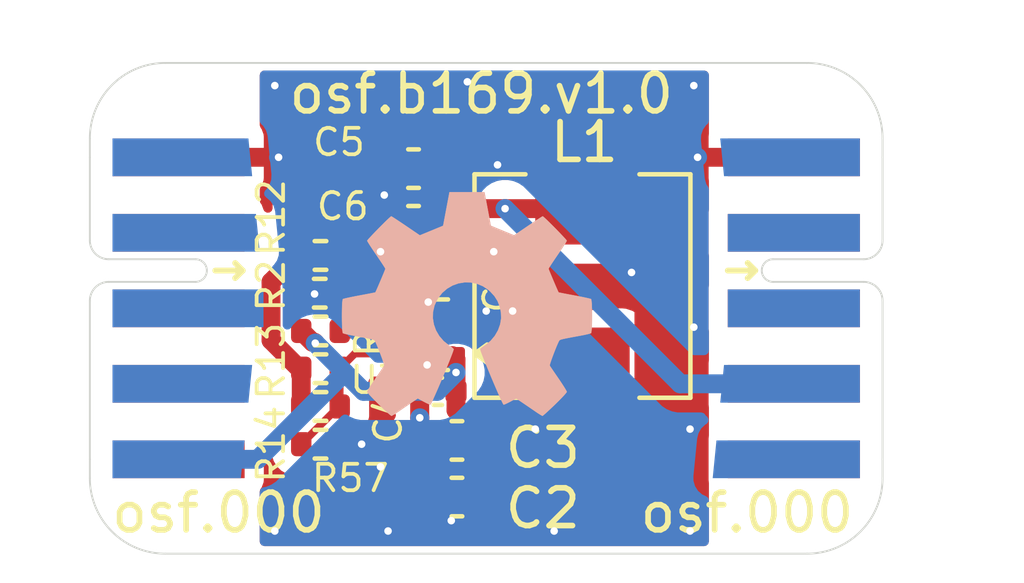
<source format=kicad_pcb>
(kicad_pcb (version 20241229) (generator "pcbnew") (generator_version "9.0")
  (layers (0 "F.Cu" signal) (2 "B.Cu" signal) (13 "F.Paste" user) (15 "B.Paste" user) (5 "F.SilkS" user "F.Silkscreen") (7 "B.SilkS" user "B.Silkscreen") (1 "F.Mask" user) (3 "B.Mask" user) (25 "Edge.Cuts" user))
  (net 0 "")
  (net 1 "/buck/Vin")
  (net 2 "GND")
  (net 3 "/buck/3.3V")
  (net 4 "/buck/sw")
  (net 5 "/buck/EN")
  (net 6 "/buck/PG")
  (net 7 "Net-(U7-FB)")
  (footprint "Inductor_SMD:L_Sunlord_MWSA0503S" (layer "F.Cu") (at 153.05 95.91 90)
    (property "Reference" "L1" (at 3.81 0.05 180) (layer "F.SilkS"))
    (property "Value" "MWSA0503S-3R3MT")
    (fp_line (start 2.96 -2.86) (end 2.96 -1.51) (stroke (width 0.12)) (layer "F.SilkS"))
    (fp_line (start -2.96 -2.86) (end 2.96 -2.86) (stroke (width 0.12)) (layer "F.SilkS"))
    (fp_line (start -2.96 -2.86) (end -2.96 -1.51) (stroke (width 0.12)) (layer "F.SilkS"))
    (fp_line (start 2.96 2.86) (end 2.96 1.51) (stroke (width 0.12)) (layer "F.SilkS"))
    (fp_line (start -2.96 2.86) (end -2.96 1.51) (stroke (width 0.12)) (layer "F.SilkS"))
    (fp_line (start -2.96 2.86) (end 2.96 2.86) (stroke (width 0.12)) (layer "F.SilkS"))
    (pad "1" smd roundrect (at -2.05 0 90) (size 1.9 2.5) (layers "F.Cu" "F.Mask" "F.Paste") (roundrect_rratio 0.131579) (net 4 "/buck/sw"))
    (pad "2" smd roundrect (at 2.05 0 90) (size 1.9 2.5) (layers "F.Cu" "F.Mask" "F.Paste") (roundrect_rratio 0.131579) (net 3 "/buck/3.3V"))
  )
  (footprint "Capacitor_SMD:C_0402_1005Metric" (layer "F.Cu") (at 149.12 95.7 180)
    (property "Reference" "C58" (at -1.68 0.1 90) (layer "F.SilkS") (effects (font (size 0.7 0.7) (thickness 0.1))))
    (property "Value" "100nF")
    (fp_line (start -0.107836 0.36) (end 0.107836 0.36) (stroke (width 0.12)) (layer "F.SilkS"))
    (fp_line (start -0.107836 -0.36) (end 0.107836 -0.36) (stroke (width 0.12)) (layer "F.SilkS"))
    (pad "1" smd roundrect (at -0.48 0 180) (size 0.56 0.62) (layers "F.Cu" "F.Mask" "F.Paste") (net 3 "/buck/3.3V"))
    (pad "2" smd roundrect (at 0.48 0 180) (size 0.56 0.62) (layers "F.Cu" "F.Mask" "F.Paste") (net 2 "GND"))
  )
  (footprint "Resistor_SMD:R_0402_1005Metric" (layer "F.Cu") (at 146.11 99.1 180)
    (property "Reference" "R14" (at 1.31 -1 90) (layer "F.SilkS") (effects (font (size 0.7 0.7) (thickness 0.1))))
    (property "Value" "510k")
    (fp_line (start -0.153641 0.38) (end 0.153641 0.38) (stroke (width 0.12)) (layer "F.SilkS"))
    (fp_line (start -0.153641 -0.38) (end 0.153641 -0.38) (stroke (width 0.12)) (layer "F.SilkS"))
    (pad "1" smd roundrect (at -0.51 0 180) (size 0.54 0.64) (layers "F.Cu" "F.Mask" "F.Paste") (net 7 "Net-(U7-FB)"))
    (pad "2" smd roundrect (at 0.51 0 180) (size 0.54 0.64) (layers "F.Cu" "F.Mask" "F.Paste") (net 3 "/buck/3.3V"))
  )
  (footprint "Capacitor_SMD:C_0603_1608Metric" (layer "F.Cu") (at 149.725 100 180)
    (property "Reference" "C3" (at -2.275 -0.2 0) (layer "F.SilkS"))
    (property "Value" "10uF")
    (fp_line (start -0.14058 0.51) (end 0.14058 0.51) (stroke (width 0.12)) (layer "F.SilkS"))
    (fp_line (start -0.14058 -0.51) (end 0.14058 -0.51) (stroke (width 0.12)) (layer "F.SilkS"))
    (pad "1" smd roundrect (at -0.775 0 180) (size 0.9 0.95) (layers "F.Cu" "F.Mask" "F.Paste") (net 1 "/buck/Vin"))
    (pad "2" smd roundrect (at 0.775 0 180) (size 0.9 0.95) (layers "F.Cu" "F.Mask" "F.Paste") (net 2 "GND"))
  )
  (footprint "Capacitor_SMD:C_0603_1608Metric" (layer "F.Cu") (at 148.575 94.3 180)
    (property "Reference" "C6" (at 1.875 0.5 0) (layer "F.SilkS") (effects (font (size 0.7 0.7) (thickness 0.1))))
    (property "Value" "22uF")
    (fp_line (start -0.14058 0.51) (end 0.14058 0.51) (stroke (width 0.12)) (layer "F.SilkS"))
    (fp_line (start -0.14058 -0.51) (end 0.14058 -0.51) (stroke (width 0.12)) (layer "F.SilkS"))
    (pad "1" smd roundrect (at -0.775 0 180) (size 0.9 0.95) (layers "F.Cu" "F.Mask" "F.Paste") (net 3 "/buck/3.3V"))
    (pad "2" smd roundrect (at 0.775 0 180) (size 0.9 0.95) (layers "F.Cu" "F.Mask" "F.Paste") (net 2 "GND"))
  )
  (footprint "Resistor_SMD:R_0402_1005Metric" (layer "F.Cu") (at 146.09 96.1)
    (property "Reference" "R2" (at -1.29 -0.2 90) (layer "F.SilkS") (effects (font (size 0.7 0.7) (thickness 0.1))))
    (property "Value" "12k")
    (fp_line (start -0.153641 -0.38) (end 0.153641 -0.38) (stroke (width 0.12)) (layer "F.SilkS"))
    (fp_line (start -0.153641 0.38) (end 0.153641 0.38) (stroke (width 0.12)) (layer "F.SilkS"))
    (pad "1" smd roundrect (at -0.51 0) (size 0.54 0.64) (layers "F.Cu" "F.Mask" "F.Paste") (net 2 "GND"))
    (pad "2" smd roundrect (at 0.51 0) (size 0.54 0.64) (layers "F.Cu" "F.Mask" "F.Paste") (net 5 "/buck/EN"))
  )
  (footprint "Resistor_SMD:R_0402_1005Metric" (layer "F.Cu") (at 146.11 98.1 180)
    (property "Reference" "R13" (at 1.31 0.2 90) (layer "F.SilkS") (effects (font (size 0.7 0.7) (thickness 0.1))))
    (property "Value" "49.9k")
    (fp_line (start -0.153641 0.38) (end 0.153641 0.38) (stroke (width 0.12)) (layer "F.SilkS"))
    (fp_line (start -0.153641 -0.38) (end 0.153641 -0.38) (stroke (width 0.12)) (layer "F.SilkS"))
    (pad "1" smd roundrect (at -0.51 0 180) (size 0.54 0.64) (layers "F.Cu" "F.Mask" "F.Paste") (net 7 "Net-(U7-FB)"))
    (pad "2" smd roundrect (at 0.51 0 180) (size 0.54 0.64) (layers "F.Cu" "F.Mask" "F.Paste") (net 3 "/buck/3.3V"))
  )
  (footprint "on_edge:on_edge_2x05_device" (layer "F.Cu") (at 140 96.5 -90)
    (property "Reference" "J1")
    (property "Value" "000_3.3v_5v")
    (fp_line (start -1.2 -3.85) (end -1 -4.05) (stroke (width 0.153)) (layer "F.SilkS"))
    (fp_line (start -1 -4.05) (end -1 -3.323) (stroke (width 0.153)) (layer "F.SilkS"))
    (fp_line (start -1 -4.05) (end -0.8 -3.85) (stroke (width 0.153)) (layer "F.SilkS"))
    (fp_line (start -4 0) (end -1.8 0) (stroke (width 0.05)) (layer "Edge.Cuts"))
    (fp_line (start -0.2 0) (end 4 0) (stroke (width 0.05)) (layer "Edge.Cuts"))
    (fp_line (start -0.7 -0.5) (end -0.7 -2.8) (stroke (width 0.05)) (layer "Edge.Cuts"))
    (fp_line (start -1.3 -2.8) (end -1.3 -0.5) (stroke (width 0.05)) (layer "Edge.Cuts"))
    (fp_arc (start -0.2 0) (mid -0.553553 -0.146447) (end -0.7 -0.5) (stroke (width 0.05)) (layer "Edge.Cuts"))
    (fp_arc (start -1.3 -0.5) (mid -1.446447 -0.146447) (end -1.8 0) (stroke (width 0.05)) (layer "Edge.Cuts"))
    (fp_arc (start -1.3 -2.8) (mid -1 -3.1) (end -0.7 -2.8) (stroke (width 0.05)) (layer "Edge.Cuts"))
    (pad "1" smd rect (at -4 -2.35 90) (size 1 3.5) (layers "F.Cu" "F.Mask") (net 2 "GND"))
    (pad "2" smd rect (at -2 -2.35 270) (size 1 3.5) (layers "F.Cu" "F.Mask"))
    (pad "3" smd rect (at 0 -2.35 270) (size 1 3.5) (layers "F.Cu" "F.Mask"))
    (pad "4" smd rect (at 2 -2.35 90) (size 1 3.5) (layers "F.Cu" "F.Mask"))
    (pad "5" smd rect (at 4 -2.35 90) (size 1 3.5) (layers "F.Cu" "F.Mask"))
    (pad "6" smd custom (at -4 -2.4 270) (size 1 3.6) (layers "B.Cu" "B.Mask") (options (clearance outline) (anchor rect)) (primitives (gr_poly (pts (xy 0.5 -1.8) (xy 0.5 -1.9) (xy -0.5 -1.8)) (width 0) (fill yes))))
    (pad "7" smd custom (at -2 -2.1 270) (size 1 3) (layers "B.Cu" "B.Mask") (options (clearance outline) (anchor rect)) (primitives (gr_poly (pts (xy 0.3 -0.51) (xy 0.31 -0.62) (xy 0.33 -0.7) (xy 0.35 -0.76) (xy 0.37 -0.81) (xy 0.4 -0.86) (xy 0.44 -0.92) (xy 0.48 -0.97) (xy 0.5 -0.99) (xy 0.5 -2.4) (xy -0.5 -2.3) (xy -0.5 1.5) (xy 0.3 1.5)) (width 0) (fill yes))))
    (pad "8" smd rect (at 0 -2.6 270) (size 1 4) (layers "B.Cu" "B.Mask"))
    (pad "9" smd custom (at 2 -2.4 270) (size 1 3.6) (layers "B.Cu" "B.Mask") (options (clearance outline) (anchor rect)) (primitives (gr_poly (pts (xy -0.5 -1.8) (xy -0.5 -1.9) (xy 0.5 -1.8)) (width 0) (fill yes))))
    (pad "10" smd custom (at 4 -2.3 270) (size 1 3.4) (layers "B.Cu" "B.Mask") (net 1 "/buck/Vin") (options (clearance outline) (anchor rect)) (primitives (gr_poly (pts (xy -0.5 -1.7) (xy -0.5 -1.8) (xy 0.5 -1.7)) (width 0) (fill yes))))
    (zone (net 0) (net_name "") (layers "F.Cu" "B.Cu") (connect_pads (clearance 0)) (min_thickness 0.254)
      (keepout (tracks allowed) (vias not_allowed) (pads allowed) (copperpour not_allowed) (footprints not_allowed))
      (fill (thermal_gap 0.508) (thermal_bridge_width 0.508))
      (polygon (pts (xy 140 101.5) (xy 140 91.5) (xy 144 91.5) (xy 144 101.5)))
    )
  )
  (footprint "Resistor_SMD:R_0402_1005Metric" (layer "F.Cu") (at 146.11 100.1 180)
    (property "Reference" "R57" (at -0.79 -0.9 0) (layer "F.SilkS") (effects (font (size 0.7 0.7) (thickness 0.1))))
    (property "Value" "10k")
    (fp_line (start -0.153641 0.38) (end 0.153641 0.38) (stroke (width 0.12)) (layer "F.SilkS"))
    (fp_line (start -0.153641 -0.38) (end 0.153641 -0.38) (stroke (width 0.12)) (layer "F.SilkS"))
    (pad "1" smd roundrect (at -0.51 0 180) (size 0.54 0.64) (layers "F.Cu" "F.Mask" "F.Paste") (net 2 "GND"))
    (pad "2" smd roundrect (at 0.51 0 180) (size 0.54 0.64) (layers "F.Cu" "F.Mask" "F.Paste") (net 7 "Net-(U7-FB)"))
  )
  (footprint "Capacitor_SMD:C_0603_1608Metric" (layer "F.Cu") (at 149.725 101.5 180)
    (property "Reference" "C2" (at -2.275 -0.3 0) (layer "F.SilkS"))
    (property "Value" "10uF")
    (fp_line (start -0.14058 0.51) (end 0.14058 0.51) (stroke (width 0.12)) (layer "F.SilkS"))
    (fp_line (start -0.14058 -0.51) (end 0.14058 -0.51) (stroke (width 0.12)) (layer "F.SilkS"))
    (pad "1" smd roundrect (at -0.775 0 180) (size 0.9 0.95) (layers "F.Cu" "F.Mask" "F.Paste") (net 1 "/buck/Vin"))
    (pad "2" smd roundrect (at 0.775 0 180) (size 0.9 0.95) (layers "F.Cu" "F.Mask" "F.Paste") (net 2 "GND"))
  )
  (footprint "on_edge:on_edge_2x05_host" (layer "F.Cu") (at 161 96.5 -90)
    (property "Reference" "J2")
    (property "Value" "000_3.3v_5v")
    (fp_line (start -1 4.1) (end -1 3.373) (stroke (width 0.153)) (layer "F.SilkS"))
    (fp_line (start -0.8 3.573) (end -1 3.373) (stroke (width 0.153)) (layer "F.SilkS"))
    (fp_line (start -1 3.373) (end -1.2 3.573) (stroke (width 0.153)) (layer "F.SilkS"))
    (fp_line (start -0.7 2.9) (end -0.7 0.5) (stroke (width 0.05)) (layer "Edge.Cuts"))
    (fp_line (start -1.3 0.5) (end -1.3 2.9) (stroke (width 0.05)) (layer "Edge.Cuts"))
    (fp_line (start -4 0) (end -1.8 0) (stroke (width 0.05)) (layer "Edge.Cuts"))
    (fp_line (start -0.2 0) (end 4 0) (stroke (width 0.05)) (layer "Edge.Cuts"))
    (fp_arc (start -0.7 2.9) (mid -1 3.2) (end -1.3 2.9) (stroke (width 0.05)) (layer "Edge.Cuts"))
    (fp_arc (start -0.7 0.5) (mid -0.553553 0.146447) (end -0.2 0) (stroke (width 0.05)) (layer "Edge.Cuts"))
    (fp_arc (start -1.8 0) (mid -1.446447 0.146447) (end -1.3 0.5) (stroke (width 0.05)) (layer "Edge.Cuts"))
    (pad "1" smd rect (at -4 2.35 270) (size 1 3.5) (layers "F.Cu" "F.Mask") (net 2 "GND"))
    (pad "2" smd rect (at -2 2.35 270) (size 1 3.5) (layers "F.Cu" "F.Mask"))
    (pad "3" smd rect (at 0 2.35 270) (size 1 3.5) (layers "F.Cu" "F.Mask"))
    (pad "4" smd rect (at 2 2.35 270) (size 1 3.5) (layers "F.Cu" "F.Mask"))
    (pad "5" smd rect (at 4 2.35 270) (size 1 3.5) (layers "F.Cu" "F.Mask"))
    (pad "6" smd custom (at -4 2.4 90) (size 1 3.6) (layers "B.Cu" "B.Mask") (options (clearance outline) (anchor rect)) (primitives (gr_poly (pts (xy 0.5 -1.8) (xy -0.5 -1.8) (xy 0.5 -1.9)) (width 0) (fill yes))))
    (pad "7" smd rect (at -2 2.35 90) (size 1 3.5) (layers "B.Cu" "B.Mask"))
    (pad "8" smd rect (at 0 2.35 90) (size 1 3.5) (layers "B.Cu" "B.Mask"))
    (pad "9" smd custom (at 2 2.4 90) (size 1 3.6) (layers "B.Cu" "B.Mask") (net 3 "/buck/3.3V") (options (clearance outline) (anchor rect)) (primitives (gr_poly (pts (xy 0.5 -1.8) (xy -0.5 -1.8) (xy -0.5 -1.9)) (width 0) (fill yes))))
    (pad "10" smd custom (at 4 2.5 90) (size 1 3.8) (layers "B.Cu" "B.Mask") (options (clearance outline) (anchor rect)) (primitives (gr_poly (pts (xy 0.5 -1.9) (xy -0.5 -1.9) (xy -0.5 -2)) (width 0) (fill yes))))
    (zone (net 0) (net_name "") (layers "F.Cu" "B.Cu") (connect_pads (clearance 0)) (min_thickness 0.254)
      (keepout (tracks allowed) (vias not_allowed) (pads allowed) (copperpour not_allowed) (footprints not_allowed))
      (fill (thermal_gap 0.508) (thermal_bridge_width 0.508))
      (polygon (pts (xy 157 101.5) (xy 157 91.5) (xy 161 91.5) (xy 161 101.5)))
    )
  )
  (footprint "Package_TO_SOT_SMD:SOT-563" (layer "F.Cu") (at 148.8875 97.2 180)
    (property "Reference" "U7" (at 1.2875 -1.2 0) (layer "F.SilkS") (effects (font (size 0.7 0.7) (thickness 0.1))))
    (property "Value" "TPS564257DRLR")
    (fp_line (start 0 0.935) (end 0.6 0.935) (stroke (width 0.12)) (layer "F.SilkS"))
    (fp_line (start 0 0.935) (end -0.6 0.935) (stroke (width 0.12)) (layer "F.SilkS"))
    (fp_line (start 0 -0.935) (end 0.6 -0.935) (stroke (width 0.12)) (layer "F.SilkS"))
    (fp_line (start 0 -0.935) (end -0.6 -0.935) (stroke (width 0.12)) (layer "F.SilkS"))
    (fp_poly (pts (xy -1.31 -0.5) (xy -1.64 -0.26) (xy -1.64 -0.74)) (stroke (width 0.12)) (fill yes) (layer "F.SilkS"))
    (pad "1" smd roundrect (at -0.7125 -0.5 180) (size 0.675 0.35) (layers "F.Cu" "F.Mask" "F.Paste") (net 1 "/buck/Vin"))
    (pad "2" smd roundrect (at -0.7125 0 180) (size 0.675 0.35) (layers "F.Cu" "F.Mask" "F.Paste") (net 4 "/buck/sw"))
    (pad "3" smd roundrect (at -0.7125 0.5 180) (size 0.675 0.35) (layers "F.Cu" "F.Mask" "F.Paste") (net 2 "GND"))
    (pad "4" smd roundrect (at 0.7125 0.5 180) (size 0.675 0.35) (layers "F.Cu" "F.Mask" "F.Paste") (net 6 "/buck/PG"))
    (pad "5" smd roundrect (at 0.7125 0 180) (size 0.675 0.35) (layers "F.Cu" "F.Mask" "F.Paste") (net 5 "/buck/EN"))
    (pad "6" smd roundrect (at 0.7125 -0.5 180) (size 0.675 0.35) (layers "F.Cu" "F.Mask" "F.Paste") (net 7 "Net-(U7-FB)"))
  )
  (footprint "Capacitor_SMD:C_0603_1608Metric" (layer "F.Cu") (at 148.575 92.8 180)
    (property "Reference" "C5" (at 1.975 0.7 0) (layer "F.SilkS") (effects (font (size 0.7 0.7) (thickness 0.1))))
    (property "Value" "22uF")
    (fp_line (start -0.14058 0.51) (end 0.14058 0.51) (stroke (width 0.12)) (layer "F.SilkS"))
    (fp_line (start -0.14058 -0.51) (end 0.14058 -0.51) (stroke (width 0.12)) (layer "F.SilkS"))
    (pad "1" smd roundrect (at -0.775 0 180) (size 0.9 0.95) (layers "F.Cu" "F.Mask" "F.Paste") (net 3 "/buck/3.3V"))
    (pad "2" smd roundrect (at 0.775 0 180) (size 0.9 0.95) (layers "F.Cu" "F.Mask" "F.Paste") (net 2 "GND"))
  )
  (footprint "Resistor_SMD:R_0402_1005Metric" (layer "F.Cu") (at 146.11 95.1 180)
    (property "Reference" "R12" (at 1.31 1 90) (layer "F.SilkS") (effects (font (size 0.7 0.7) (thickness 0.1))))
    (property "Value" "10k")
    (fp_line (start -0.153641 0.38) (end 0.153641 0.38) (stroke (width 0.12)) (layer "F.SilkS"))
    (fp_line (start -0.153641 -0.38) (end 0.153641 -0.38) (stroke (width 0.12)) (layer "F.SilkS"))
    (pad "1" smd roundrect (at -0.51 0 180) (size 0.54 0.64) (layers "F.Cu" "F.Mask" "F.Paste") (net 6 "/buck/PG"))
    (pad "2" smd roundrect (at 0.51 0 180) (size 0.54 0.64) (layers "F.Cu" "F.Mask" "F.Paste") (net 3 "/buck/3.3V"))
  )
  (footprint "Resistor_SMD:R_0402_1005Metric" (layer "F.Cu") (at 146.11 97.1 180)
    (property "Reference" "R1" (at -1.29 0 90) (layer "F.SilkS") (effects (font (size 0.7 0.7) (thickness 0.1))))
    (property "Value" "47k")
    (fp_line (start -0.153641 0.38) (end 0.153641 0.38) (stroke (width 0.12)) (layer "F.SilkS"))
    (fp_line (start -0.153641 -0.38) (end 0.153641 -0.38) (stroke (width 0.12)) (layer "F.SilkS"))
    (pad "1" smd roundrect (at -0.51 0 180) (size 0.54 0.64) (layers "F.Cu" "F.Mask" "F.Paste") (net 5 "/buck/EN"))
    (pad "2" smd roundrect (at 0.51 0 180) (size 0.54 0.64) (layers "F.Cu" "F.Mask" "F.Paste") (net 1 "/buck/Vin"))
  )
  (footprint "Capacitor_SMD:C_0402_1005Metric" (layer "F.Cu") (at 149.22 98.7 180)
    (property "Reference" "C4" (at 1.32 -0.7 90) (layer "F.SilkS") (effects (font (size 0.7 0.7) (thickness 0.1))))
    (property "Value" "100nF")
    (fp_line (start -0.107836 0.36) (end 0.107836 0.36) (stroke (width 0.12)) (layer "F.SilkS"))
    (fp_line (start -0.107836 -0.36) (end 0.107836 -0.36) (stroke (width 0.12)) (layer "F.SilkS"))
    (pad "1" smd roundrect (at -0.48 0 180) (size 0.56 0.62) (layers "F.Cu" "F.Mask" "F.Paste") (net 1 "/buck/Vin"))
    (pad "2" smd roundrect (at 0.48 0 180) (size 0.56 0.62) (layers "F.Cu" "F.Mask" "F.Paste") (net 2 "GND"))
  )
  (footprint "Symbol:OSHW-Symbol_6.7x6mm_SilkScreen" (layer "B.Cu") (at 150 96.4 180)
    (property "Reference" "LOGO1" (hide yes))
    (property "Value" "Logo_Open_Hardware_Small" (hide yes))
    (fp_poly (pts (xy 0.555814 2.531069) (xy 0.639635 2.086445) (xy 0.94892 1.958947) (xy 1.258206 1.831449) (xy 1.629246 2.083754) (xy 1.733157 2.154004) (xy 1.827087 2.216728) (xy 1.906652 2.269062) (xy 1.96747 2.308143) (xy 2.005157 2.331107) (xy 2.015421 2.336058) (xy 2.03391 2.323324) (xy 2.07342 2.288118) (xy 2.129522 2.234938) (xy 2.197787 2.168282) (xy 2.273786 2.092646) (xy 2.353092 2.012528) (xy 2.431275 1.932426) (xy 2.503907 1.856836) (xy 2.566559 1.790255) (xy 2.614803 1.737182) (xy 2.64421 1.702113) (xy 2.651241 1.690377) (xy 2.641123 1.66874) (xy 2.612759 1.621338) (xy 2.569129 1.552807) (xy 2.513218 1.467785) (xy 2.448006 1.370907) (xy 2.410219 1.31565) (xy 2.341343 1.214752) (xy 2.28014 1.123701) (xy 2.229578 1.04703) (xy 2.192628 0.989272) (xy 2.172258 0.954957) (xy 2.169197 0.947746) (xy 2.176136 0.927252) (xy 2.195051 0.879487) (xy 2.223087 0.811168) (xy 2.257391 0.729011) (xy 2.295109 0.63973) (xy 2.333387 0.550042) (xy 2.36937 0.466662) (xy 2.400206 0.396306) (xy 2.423039 0.34569) (xy 2.435017 0.321529) (xy 2.435724 0.320578) (xy 2.454531 0.315964) (xy 2.504618 0.305672) (xy 2.580793 0.290713) (xy 2.677865 0.272099) (xy 2.790643 0.250841) (xy 2.856442 0.238582) (xy 2.97695 0.215638) (xy 3.085797 0.193805) (xy 3.177476 0.174278) (xy 3.246481 0.158252) (xy 3.287304 0.146921) (xy 3.295511 0.143326) (xy 3.303548 0.118994) (xy 3.310033 0.064041) (xy 3.31497 -0.015108) (xy 3.318364 -0.112026) (xy 3.320218 -0.220287) (xy 3.320538 -0.333465) (xy 3.319327 -0.445135) (xy 3.31659 -0.548868) (xy 3.312331 -0.638241) (xy 3.306555 -0.706826) (xy 3.299267 -0.748197) (xy 3.294895 -0.75681) (xy 3.268764 -0.767133) (xy 3.213393 -0.781892) (xy 3.136107 -0.799352) (xy 3.04423 -0.81778) (xy 3.012158 -0.823741) (xy 2.857524 -0.852066) (xy 2.735375 -0.874876) (xy 2.641673 -0.89308) (xy 2.572384 -0.907583) (xy 2.523471 -0.919292) (xy 2.490897 -0.929115) (xy 2.470628 -0.937956) (xy 2.458626 -0.946724) (xy 2.456947 -0.948457) (xy 2.440184 -0.976371) (xy 2.414614 -1.030695) (xy 2.382788 -1.104777) (xy 2.34726 -1.191965) (xy 2.310583 -1.285608) (xy 2.275311 -1.379052) (xy 2.243996 -1.465647) (xy 2.219193 -1.53874) (xy 2.203454 -1.591678) (xy 2.199332 -1.617811) (xy 2.199676 -1.618726) (xy 2.213641 -1.640086) (xy 2.245322 -1.687084) (xy 2.291391 -1.754827) (xy 2.348518 -1.838423) (xy 2.413373 -1.932982) (xy 2.431843 -1.959854) (xy 2.497699 -2.057275) (xy 2.55565 -2.146163) (xy 2.602538 -2.221412) (xy 2.635207 -2.27792) (xy 2.6505 -2.310581) (xy 2.651241 -2.314593) (xy 2.638392 -2.335684) (xy 2.602888 -2.377464) (xy 2.549293 -2.435445) (xy 2.482171 -2.505135) (xy 2.406087 -2.582045) (xy 2.325604 -2.661683) (xy 2.245287 -2.739561) (xy 2.169699 -2.811186) (xy 2.103405 -2.87207) (xy 2.050969 -2.917721) (xy 2.016955 -2.94365) (xy 2.007545 -2.947883) (xy 1.985643 -2.937912) (xy 1.9408 -2.91102) (xy 1.880321 -2.871736) (xy 1.833789 -2.840117) (xy 1.749475 -2.782098) (xy 1.649626 -2.713784) (xy 1.549473 -2.645579) (xy 1.495627 -2.609075) (xy 1.313371 -2.4858) (xy 1.160381 -2.56852) (xy 1.090682 -2.604759) (xy 1.031414 -2.632926) (xy 0.991311 -2.648991) (xy 0.981103 -2.651226) (xy 0.968829 -2.634722) (xy 0.944613 -2.588082) (xy 0.910263 -2.515609) (xy 0.867588 -2.421606) (xy 0.818394 -2.310374) (xy 0.76449 -2.186215) (xy 0.707684 -2.053432) (xy 0.649782 -1.916327) (xy 0.592593 -1.779202) (xy 0.537924 -1.646358) (xy 0.487584 -1.522098) (xy 0.44338 -1.410725) (xy 0.407119 -1.316539) (xy 0.380609 -1.243844) (xy 0.365658 -1.196941) (xy 0.363254 -1.180833) (xy 0.382311 -1.160286) (xy 0.424036 -1.126933) (xy 0.479706 -1.087702) (xy 0.484378 -1.084599) (xy 0.628264 -0.969423) (xy 0.744283 -0.835053) (xy 0.83143 -0.685784) (xy 0.888699 -0.525913) (xy 0.915086 -0.359737) (xy 0.909585 -0.191552) (xy 0.87119 -0.025655) (xy 0.798895 0.133658) (xy 0.777626 0.168513) (xy 0.666996 0.309263) (xy 0.536302 0.422286) (xy 0.390064 0.506997) (xy 0.232808 0.562806) (xy 0.069057 0.589126) (xy -0.096667 0.58537) (xy -0.259838 0.55095) (xy -0.415935 0.485277) (xy -0.560433 0.387765) (xy -0.605131 0.348187) (xy -0.718888 0.224297) (xy -0.801782 0.093876) (xy -0.858644 -0.052315) (xy -0.890313 -0.197088) (xy -0.898131 -0.35986) (xy -0.872062 -0.52344) (xy -0.814755 -0.682298) (xy -0.728856 -0.830906) (xy -0.617014 -0.963735) (xy -0.481877 -1.075256) (xy -0.464117 -1.087011) (xy -0.40785 -1.125508) (xy -0.365077 -1.158863) (xy -0.344628 -1.18016) (xy -0.344331 -1.180833) (xy -0.348721 -1.203871) (xy -0.366124 -1.256157) (xy -0.394732 -1.33339) (xy -0.432735 -1.431268) (xy -0.478326 -1.545491) (xy -0.529697 -1.671758) (xy -0.585038 -1.805767) (xy -0.642542 -1.943218) (xy -0.700399 -2.079808) (xy -0.756802 -2.211237) (xy -0.809942 -2.333205) (xy -0.85801 -2.441409) (xy -0.899199 -2.531549) (xy -0.931699 -2.599323) (xy -0.953703 -2.64043) (xy -0.962564 -2.651226) (xy -0.98964 -2.642819) (xy -1.040303 -2.620272) (xy -1.105817 -2.587613) (xy -1.141841 -2.56852) (xy -1.294832 -2.4858) (xy -1.477088 -2.609075) (xy -1.570125 -2.672228) (xy -1.671985 -2.741727) (xy -1.767438 -2.807165) (xy -1.81525 -2.840117) (xy -1.882495 -2.885273) (xy -1.939436 -2.921057) (xy -1.978646 -2.942938) (xy -1.991381 -2.947563) (xy -2.009917 -2.935085) (xy -2.050941 -2.900252) (xy -2.110475 -2.846678) (xy -2.184542 -2.777983) (xy -2.269165 -2.697781) (xy -2.322685 -2.646286) (xy -2.416319 -2.554286) (xy -2.497241 -2.471999) (xy -2.562177 -2.402945) (xy -2.607858 -2.350644) (xy -2.631011 -2.318616) (xy -2.633232 -2.312116) (xy -2.622924 -2.287394) (xy -2.594439 -2.237405) (xy -2.550937 -2.167212) (xy -2.495577 -2.081875) (xy -2.43152 -1.986456) (xy -2.413303 -1.959854) (xy -2.346927 -1.863167) (xy -2.287378 -1.776117) (xy -2.237984 -1.703595) (xy -2.202075 -1.650493) (xy -2.182981 -1.621703) (xy -2.181136 -1.618726) (xy -2.183895 -1.595782) (xy -2.198538 -1.545336) (xy -2.222513 -1.474041) (xy -2.253266 -1.388547) (xy -2.288244 -1.295507) (xy -2.324893 -1.201574) (xy -2.360661 -1.113399) (xy -2.392994 -1.037634) (xy -2.419338 -0.980931) (xy -2.437142 -0.949943) (xy -2.438407 -0.948457) (xy -2.449294 -0.939601) (xy -2.467682 -0.930843) (xy -2.497606 -0.921277) (xy -2.543103 -0.909996) (xy -2.608209 -0.896093) (xy -2.696961 -0.878663) (xy -2.813393 -0.856798) (xy -2.961542 -0.829591) (xy -2.993618 -0.823741) (xy -3.088686 -0.805374) (xy -3.171565 -0.787405) (xy -3.23493 -0.771569) (xy -3.271458 -0.7596) (xy -3.276356 -0.75681) (xy -3.284427 -0.732072) (xy -3.290987 -0.67679) (xy -3.296033 -0.597389) (xy -3.299559 -0.500296) (xy -3.301561 -0.391938) (xy -3.302036 -0.27874) (xy -3.300977 -0.167128) (xy -3.298382 -0.063529) (xy -3.294246 0.025632) (xy -3.288563 0.093928) (xy -3.281331 0.134934) (xy -3.276971 0.143326) (xy -3.252698 0.151792) (xy -3.197426 0.165565) (xy -3.116662 0.18345) (xy -3.015912 0.204252) (xy -2.900683 0.226777) (xy -2.837902 0.238582) (xy -2.718787 0.260849) (xy -2.612565 0.281021) (xy -2.524427 0.298085) (xy -2.459566 0.311031) (xy -2.423174 0.318845) (xy -2.417184 0.320578) (xy -2.407061 0.34011) (xy -2.385662 0.387157) (xy -2.355839 0.454997) (xy -2.320445 0.536909) (xy -2.282332 0.626172) (xy -2.244353 0.716065) (xy -2.20936 0.799865) (xy -2.180206 0.870853) (xy -2.159743 0.922306) (xy -2.150823 0.947503) (xy -2.150657 0.948604) (xy -2.160769 0.968481) (xy -2.189117 1.014223) (xy -2.232723 1.081283) (xy -2.288606 1.165116) (xy -2.353787 1.261174) (xy -2.391679 1.31635) (xy -2.460725 1.417519) (xy -2.52205 1.50937) (xy -2.572663 1.587256) (xy -2.609571 1.646531) (xy -2.629782 1.682549) (xy -2.632701 1.690623) (xy -2.620153 1.709416) (xy -2.585463 1.749543) (xy -2.533063 1.806507) (xy -2.467384 1.875815) (xy -2.392856 1.952969) (xy -2.313913 2.033475) (xy -2.234983 2.112837) (xy -2.1605 2.18656) (xy -2.094894 2.250148) (xy -2.042596 2.299106) (xy -2.008039 2.328939) (xy -1.996478 2.336058) (xy -1.977654 2.326047) (xy -1.932631 2.297922) (xy -1.865787 2.254546) (xy -1.781499 2.198782) (xy -1.684144 2.133494) (xy -1.610707 2.083754) (xy -1.239667 1.831449) (xy -0.621095 2.086445) (xy -0.537275 2.531069) (xy -0.453454 2.975693) (xy 0.471994 2.975693) (xy 0.555814 2.531069)) (stroke (width 0.01)) (fill yes) (layer "B.SilkS"))
  )
  (gr_line (start 161 101) (end 161 100.5) (stroke (width 0.05)) (layer "Edge.Cuts"))
  (gr_line (start 142 90) (end 159 90) (stroke (width 0.05)) (layer "Edge.Cuts"))
  (gr_arc (start 161 101) (mid 160.414214 102.414214) (end 159 103) (stroke (width 0.05)) (layer "Edge.Cuts"))
  (gr_line (start 159 103) (end 142 103) (stroke (width 0.05)) (layer "Edge.Cuts"))
  (gr_arc (start 159 90) (mid 160.414214 90.585786) (end 161 92) (stroke (width 0.05)) (layer "Edge.Cuts"))
  (gr_line (start 140 101) (end 140 100.5) (stroke (width 0.05)) (layer "Edge.Cuts"))
  (gr_arc (start 142 103) (mid 140.585786 102.414214) (end 140 101) (stroke (width 0.05)) (layer "Edge.Cuts"))
  (gr_line (start 161 92.5) (end 161 92) (stroke (width 0.05)) (layer "Edge.Cuts"))
  (gr_line (start 140 92.5) (end 140 92) (stroke (width 0.05)) (layer "Edge.Cuts"))
  (gr_arc (start 140 92) (mid 140.585786 90.585786) (end 142 90) (stroke (width 0.05)) (layer "Edge.Cuts"))
  (gr_text "osf.000" (at 140.5 102.5 0) (layer "F.SilkS") (effects (font (size 1 1)) (justify left bottom)))
  (gr_text "osf.b169.v1.0" (at 145.2 91.4 0) (layer "F.SilkS") (effects (font (size 1 1)) (justify left bottom)))
  (gr_text "osf.000" (at 154.5 102.5 0) (layer "F.SilkS") (effects (font (size 1 1)) (justify left bottom)))
  (segment (start 145.949232 97.4) (end 145.972 97.422768) (width 0.5) (layer "F.Cu") (net 1))
  (segment (start 149.7 97.853) (end 149.6 97.753) (width 0.5) (layer "F.Cu") (net 1))
  (segment (start 145.6 97.1) (end 145.9 97.4) (width 0.5) (layer "F.Cu") (net 1))
  (segment (start 149.7 98.2) (end 149.7 97.853) (width 0.5) (layer "F.Cu") (net 1))
  (segment (start 149.7 98.7) (end 149.7 98.2) (width 0.5) (layer "F.Cu") (net 1))
  (segment (start 149.7 99.2) (end 150.5 100) (width 0.5) (layer "F.Cu") (net 1))
  (segment (start 150.5 100) (end 150.5 101.5) (width 0.5) (layer "F.Cu") (net 1))
  (segment (start 149.7 98.7) (end 149.7 99.2) (width 0.5) (layer "F.Cu") (net 1))
  (segment (start 145.9 97.4) (end 145.949232 97.4) (width 0.5) (layer "F.Cu") (net 1))
  (via (at 145.972 97.422768) (size 0.5) (drill 0.2) (layers "F.Cu" "B.Cu") (net 1))
  (via (at 149.7 98.2) (size 0.5) (drill 0.2) (layers "F.Cu" "B.Cu") (net 1))
  (segment (start 145.972 97.422768) (end 146.749232 98.2) (width 0.5) (layer "B.Cu") (net 1))
  (segment (start 144.449232 100.5) (end 146.749232 98.2) (width 0.5) (layer "B.Cu") (net 1))
  (segment (start 149.2 98.7) (end 149.7 98.2) (width 0.5) (layer "B.Cu") (net 1))
  (segment (start 142.3 100.5) (end 144.449232 100.5) (width 0.5) (layer "B.Cu") (net 1))
  (segment (start 147.249232 98.7) (end 149.2 98.7) (width 0.5) (layer "B.Cu") (net 1))
  (segment (start 146.749232 98.2) (end 147.249232 98.7) (width 0.5) (layer "B.Cu") (net 1))
  (segment (start 148.95 100) (end 148.95 101.5) (width 0.5) (layer "F.Cu") (net 2))
  (segment (start 148.9345 98) (end 148.9345 96.93797) (width 0.4) (layer "F.Cu") (net 2))
  (segment (start 145.93276 96.1) (end 145.953 96.12024) (width 0.5) (layer "F.Cu") (net 2))
  (segment (start 149.277001 96.647) (end 149.6 96.647) (width 0.5) (layer "F.Cu") (net 2))
  (segment (start 148.4 95.7) (end 147.7 95) (width 0.5) (layer "F.Cu") (net 2))
  (segment (start 148.9345 96.93797) (end 149.22547 96.647) (width 0.4) (layer "F.Cu") (net 2))
  (segment (start 158.65 92.5) (end 156.1 92.5) (width 0.5) (layer "F.Cu") (net 2))
  (segment (start 155.3 92.5) (end 155.3 94.205054) (width 0.5) (layer "F.Cu") (net 2))
  (segment (start 148.64 95.7) (end 148.4 95.7) (width 0.5) (layer "F.Cu") (net 2))
  (segment (start 148.74 98.7) (end 148.74 99.4) (width 0.5) (layer "F.Cu") (net 2))
  (segment (start 147.8 92.8) (end 147.8 93.5) (width 0.5) (layer "F.Cu") (net 2))
  (segment (start 148.95 101.5) (end 149.575 102.125) (width 0.5) (layer "F.Cu") (net 2))
  (segment (start 148.64 95.7) (end 148.64 96.009999) (width 0.5) (layer "F.Cu") (net 2))
  (segment (start 154.152527 95.352527) (end 152.933054 96.572) (width 0.5) (layer "F.Cu") (net 2))
  (segment (start 147.8 93.5) (end 147.8 94.3) (width 0.5) (layer "F.Cu") (net 2))
  (segment (start 147.7 95) (end 147.7 94.4) (width 0.5) (layer "F.Cu") (net 2))
  (segment (start 149.22547 96.647) (end 149.277001 96.647) (width 0.4) (layer "F.Cu") (net 2))
  (segment (start 149.575 102.125) (end 149.803 102.353) (width 0.5) (layer "F.Cu") (net 2))
  (segment (start 148.64 96.009999) (end 148.965001 96.334999) (width 0.5) (layer "F.Cu") (net 2))
  (segment (start 149.675 96.572) (end 149.6 96.647) (width 0.5) (layer "F.Cu") (net 2))
  (segment (start 154.35 95.55) (end 154.152527 95.352527) (width 0.5) (layer "F.Cu") (net 2))
  (segment (start 145.58 96.1) (end 145.93276 96.1) (width 0.5) (layer "F.Cu") (net 2))
  (segment (start 155.3 92.5) (end 154.119 91.319) (width 0.5) (layer "F.Cu") (net 2))
  (segment (start 148.965001 96.334999) (end 149.277001 96.647) (width 0.5) (layer "F.Cu") (net 2))
  (segment (start 147.2 100.1) (end 148.85 100.1) (width 0.5) (layer "F.Cu") (net 2))
  (segment (start 154.678 95.878) (end 154.35 95.55) (width 0.5) (layer "F.Cu") (net 2))
  (segment (start 148.74 99.4) (end 148.74 99.79) (width 0.5) (layer "F.Cu") (net 2))
  (segment (start 151.2 96.572) (end 150.5 96.572) (width 0.5) (layer "F.Cu") (net 2))
  (segment (start 148.74 98.7) (end 148.9345 98.5055) (width 0.4) (layer "F.Cu") (net 2))
  (segment (start 148.85 100.1) (end 148.95 100) (width 0.5) (layer "F.Cu") (net 2))
  (segment (start 154.678 98.927054) (end 154.678 95.878) (width 0.5) (layer "F.Cu") (net 2))
  (segment (start 146.62 100.1) (end 147.2 100.1) (width 0.5) (layer "F.Cu") (net 2))
  (segment (start 142.35 92.5) (end 145 92.5) (width 0.5) (layer "F.Cu") (net 2))
  (segment (start 155.3 94.205054) (end 154.152527 95.352527) (width 0.5) (layer "F.Cu") (net 2))
  (segment (start 147.7 94.4) (end 147.8 94.3) (width 0.5) (layer "F.Cu") (net 2))
  (segment (start 156.1 92.5) (end 155.3 92.5) (width 0.5) (layer "F.Cu") (net 2))
  (segment (start 152.933054 96.572) (end 151.2 96.572) (width 0.5) (layer "F.Cu") (net 2))
  (segment (start 151.252054 102.353) (end 154.678 98.927054) (width 0.5) (layer "F.Cu") (net 2))
  (segment (start 146.181 91.319) (end 145 92.5) (width 0.5) (layer "F.Cu") (net 2))
  (segment (start 148.74 99.79) (end 148.95 100) (width 0.5) (layer "F.Cu") (net 2))
  (segment (start 150.5 96.572) (end 149.675 96.572) (width 0.5) (layer "F.Cu") (net 2))
  (segment (start 148.9345 98.5055) (end 148.9345 98) (width 0.4) (layer "F.Cu") (net 2))
  (segment (start 149.803 102.353) (end 151.252054 102.353) (width 0.5) (layer "F.Cu") (net 2))
  (segment (start 154.119 91.319) (end 146.181 91.319) (width 0.5) (layer "F.Cu") (net 2))
  (via (at 144.9 90.6) (size 0.5) (drill 0.2) (layers "F.Cu" "B.Cu") (net 2))
  (via (at 155.9 102.4) (size 0.5) (drill 0.2) (layers "F.Cu" "B.Cu") (net 2))
  (via (at 151.8 99.7) (size 0.5) (drill 0.2) (layers "F.Cu" "B.Cu") (net 2))
  (via (at 147.8 93.5) (size 0.5) (drill 0.2) (layers "F.Cu" "B.Cu") (net 2))
  (via (at 147.2 100.1) (size 0.5) (drill 0.2) (layers "F.Cu" "B.Cu") (net 2))
  (via (at 147.7 100.7) (size 0.5) (drill 0.2) (layers "F.Cu" "B.Cu") (net 2))
  (via (at 148.74 99.4) (size 0.5) (drill 0.2) (layers "F.Cu" "B.Cu") (net 2))
  (via (at 155.9 99.7) (size 0.5) (drill 0.2) (layers "F.Cu" "B.Cu") (net 2))
  (via (at 148.965001 96.334999) (size 0.5) (drill 0.2) (layers "F.Cu" "B.Cu") (net 2))
  (via (at 145.953 96.12024) (size 0.5) (drill 0.2) (layers "F.Cu" "B.Cu") (net 2))
  (via (at 156 97) (size 0.5) (drill 0.2) (layers "F.Cu" "B.Cu") (net 2))
  (via (at 150 90.5) (size 0.5) (drill 0.2) (layers "F.Cu" "B.Cu") (net 2))
  (via (at 149.575 102.125) (size 0.5) (drill 0.2) (layers "F.Cu" "B.Cu") (net 2))
  (via (at 151.2 96.572) (size 0.5) (drill 0.2) (layers "F.Cu" "B.Cu") (net 2))
  (via (at 147.9 102.4) (size 0.5) (drill 0.2) (layers "F.Cu" "B.Cu") (net 2))
  (via (at 150.8 92.7) (size 0.5) (drill 0.2) (layers "F.Cu" "B.Cu") (net 2))
  (via (at 152.3 102.4) (size 0.5) (drill 0.2) (layers "F.Cu" "B.Cu") (net 2))
  (via (at 147.7 95) (size 0.5) (drill 0.2) (layers "F.Cu" "B.Cu") (net 2))
  (via (at 144.9 102.4) (size 0.5) (drill 0.2) (layers "F.Cu" "B.Cu") (net 2))
  (via (at 148.9345 98) (size 0.5) (drill 0.2) (layers "F.Cu" "B.Cu") (net 2))
  (via (at 156.1 92.5) (size 0.5) (drill 0.2) (layers "F.Cu" "B.Cu") (net 2))
  (via (at 145 92.5) (size 0.5) (drill 0.2) (layers "F.Cu" "B.Cu") (net 2))
  (via (at 150.7 95) (size 0.5) (drill 0.2) (layers "F.Cu" "B.Cu") (net 2))
  (via (at 150.5 96.572) (size 0.5) (drill 0.2) (layers "F.Cu" "B.Cu") (net 2))
  (via (at 154.35 95.55) (size 0.5) (drill 0.2) (layers "F.Cu" "B.Cu") (net 2))
  (via (at 156 90.6) (size 0.5) (drill 0.2) (layers "F.Cu" "B.Cu") (net 2))
  (segment (start 146.8 92.5) (end 147.8 93.5) (width 0.5) (layer "B.Cu") (net 2))
  (segment (start 145.953 96.12024) (end 146.57976 96.12024) (width 0.5) (layer "B.Cu") (net 2))
  (segment (start 146.57976 96.12024) (end 147.7 95) (width 0.5) (layer "B.Cu") (net 2))
  (segment (start 145 92.5) (end 146.8 92.5) (width 0.5) (layer "B.Cu") (net 2))
  (segment (start 145.6 98.1) (end 145.550768 98.1) (width 0.5) (layer "F.Cu") (net 3))
  (segment (start 148.497 91.947) (end 149.35 92.8) (width 0.5) (layer "F.Cu") (net 3))
  (segment (start 153.05 93.86) (end 151 93.86) (width 0.5) (layer "F.Cu") (net 3))
  (segment (start 151 93.86) (end 149.79 93.86) (width 0.5) (layer "F.Cu") (net 3))
  (segment (start 149.35 94.3) (end 149.35 95.45) (width 0.5) (layer "F.Cu") (net 3))
  (segment (start 147.318994 91.947) (end 148.497 91.947) (width 0.5) (layer "F.Cu") (net 3))
  (segment (start 149.35 95.45) (end 149.6 95.7) (width 0.5) (layer "F.Cu") (net 3))
  (segment (start 149.79 93.86) (end 149.35 94.3) (width 0.5) (layer "F.Cu") (net 3))
  (segment (start 145.6 95.1) (end 145.6 93.665994) (width 0.5) (layer "F.Cu") (net 3))
  (segment (start 145.550768 98.1) (end 144.8 97.349232) (width 0.5) (layer "F.Cu") (net 3))
  (segment (start 149.35 92.8) (end 149.35 94.3) (width 0.5) (layer "F.Cu") (net 3))
  (segment (start 144.8 97.349232) (end 144.8 95.8) (width 0.5) (layer "F.Cu") (net 3))
  (segment (start 145.6 93.665994) (end 147.318994 91.947) (width 0.5) (layer "F.Cu") (net 3))
  (segment (start 145.6 99.1) (end 145.6 98.1) (width 0.5) (layer "F.Cu") (net 3))
  (segment (start 145.5 95.1) (end 145.6 95.1) (width 0.5) (layer "F.Cu") (net 3))
  (segment (start 144.8 95.8) (end 145.5 95.1) (width 0.5) (layer "F.Cu") (net 3))
  (via (at 151 93.86) (size 0.5) (drill 0.2) (layers "F.Cu" "B.Cu") (net 3))
  (segment (start 158.6 98.5) (end 155.64 98.5) (width 0.5) (layer "B.Cu") (net 3))
  (segment (start 155.64 98.5) (end 151 93.86) (width 0.5) (layer "B.Cu") (net 3))
  (segment (start 153.05 97.96) (end 150.85824 97.96) (width 0.5) (layer "F.Cu") (net 4))
  (segment (start 150.85824 97.96) (end 150.09824 97.2) (width 0.5) (layer "F.Cu") (net 4))
  (segment (start 146.72 97.2) (end 146.62 97.1) (width 0.2) (layer "F.Cu") (net 5))
  (segment (start 146.6 96.1) (end 146.6 97.08) (width 0.2) (layer "F.Cu") (net 5))
  (segment (start 148.175 97.2) (end 146.72 97.2) (width 0.2) (layer "F.Cu") (net 5))
  (segment (start 146.6 97.08) (end 146.62 97.1) (width 0.2) (layer "F.Cu") (net 5))
  (segment (start 148.175 96.655) (end 146.62 95.1) (width 0.2) (layer "F.Cu") (net 6))
  (segment (start 148.175 96.7) (end 148.175 96.655) (width 0.2) (layer "F.Cu") (net 6))
  (segment (start 146.6 99.1) (end 145.6 100.1) (width 0.2) (layer "F.Cu") (net 7))
  (segment (start 146.62 99.1) (end 146.6 99.1) (width 0.2) (layer "F.Cu") (net 7))
  (segment (start 147.02 97.7) (end 146.62 98.1) (width 0.2) (layer "F.Cu") (net 7))
  (segment (start 146.62 98.1) (end 146.62 99.1) (width 0.2) (layer "F.Cu") (net 7))
  (segment (start 148.175 97.7) (end 147.02 97.7) (width 0.2) (layer "F.Cu") (net 7))
  (zone (net 2) (net_name "GND") (layers "F.Cu" "B.Cu") (connect_pads (clearance 0.508)) (min_thickness 0.25) (fill yes (thermal_gap 0.5) (thermal_bridge_width 0.5))
    (polygon (pts (xy 156.4 103.7) (xy 144.5 103.8) (xy 144.5 89.4) (xy 156.4 89.4)))
  )
)
</source>
